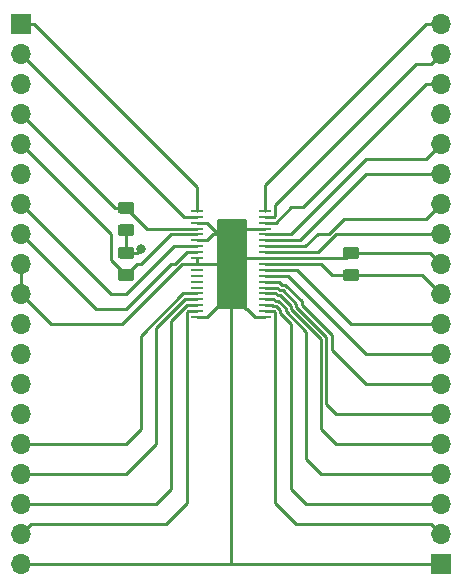
<source format=gbr>
G04 #@! TF.GenerationSoftware,KiCad,Pcbnew,(5.1.5)-3*
G04 #@! TF.CreationDate,2021-03-06T15:43:57-05:00*
G04 #@! TF.ProjectId,adc7953-breakout,61646337-3935-4332-9d62-7265616b6f75,rev?*
G04 #@! TF.SameCoordinates,Original*
G04 #@! TF.FileFunction,Copper,L1,Top*
G04 #@! TF.FilePolarity,Positive*
%FSLAX46Y46*%
G04 Gerber Fmt 4.6, Leading zero omitted, Abs format (unit mm)*
G04 Created by KiCad (PCBNEW (5.1.5)-3) date 2021-03-06 15:43:57*
%MOMM*%
%LPD*%
G04 APERTURE LIST*
%ADD10R,1.100000X0.285000*%
%ADD11O,1.700000X1.700000*%
%ADD12R,1.700000X1.700000*%
%ADD13C,0.100000*%
%ADD14C,0.800000*%
%ADD15C,0.250000*%
%ADD16C,0.254000*%
G04 APERTURE END LIST*
D10*
X162870000Y-93290000D03*
X162870000Y-93790000D03*
X162870000Y-94290000D03*
X162870000Y-94790000D03*
X162870000Y-95290000D03*
X162870000Y-95790000D03*
X162870000Y-96290000D03*
X162870000Y-96790000D03*
X162870000Y-97290000D03*
X162870000Y-97790000D03*
X162870000Y-98290000D03*
X162870000Y-98790000D03*
X162870000Y-99290000D03*
X162870000Y-99790000D03*
X162870000Y-100290000D03*
X162870000Y-100790000D03*
X162870000Y-101290000D03*
X162870000Y-101790000D03*
X162870000Y-102290000D03*
X157170000Y-102290000D03*
X157170000Y-101790000D03*
X157170000Y-101290000D03*
X157170000Y-100790000D03*
X157170000Y-100290000D03*
X157170000Y-99790000D03*
X157170000Y-99290000D03*
X157170000Y-98790000D03*
X157170000Y-98290000D03*
X157170000Y-97790000D03*
X157170000Y-97290000D03*
X157170000Y-96790000D03*
X157170000Y-96290000D03*
X157170000Y-95790000D03*
X157170000Y-95290000D03*
X157170000Y-94790000D03*
X157170000Y-94290000D03*
X157170000Y-93790000D03*
X157170000Y-93290000D03*
D11*
X177800000Y-77470000D03*
X177800000Y-80010000D03*
X177800000Y-82550000D03*
X177800000Y-85090000D03*
X177800000Y-87630000D03*
X177800000Y-90170000D03*
X177800000Y-92710000D03*
X177800000Y-95250000D03*
X177800000Y-97790000D03*
X177800000Y-100330000D03*
X177800000Y-102870000D03*
X177800000Y-105410000D03*
X177800000Y-107950000D03*
X177800000Y-110490000D03*
X177800000Y-113030000D03*
X177800000Y-115570000D03*
X177800000Y-118110000D03*
X177800000Y-120650000D03*
D12*
X177800000Y-123190000D03*
D11*
X142240000Y-123190000D03*
X142240000Y-120650000D03*
X142240000Y-118110000D03*
X142240000Y-115570000D03*
X142240000Y-113030000D03*
X142240000Y-110490000D03*
X142240000Y-107950000D03*
X142240000Y-105410000D03*
X142240000Y-102870000D03*
X142240000Y-100330000D03*
X142240000Y-97790000D03*
X142240000Y-95250000D03*
X142240000Y-92710000D03*
X142240000Y-90170000D03*
X142240000Y-87630000D03*
X142240000Y-85090000D03*
X142240000Y-82550000D03*
X142240000Y-80010000D03*
D12*
X142240000Y-77470000D03*
G04 #@! TA.AperFunction,SMDPad,CuDef*
D13*
G36*
X151610142Y-94431174D02*
G01*
X151633803Y-94434684D01*
X151657007Y-94440496D01*
X151679529Y-94448554D01*
X151701153Y-94458782D01*
X151721670Y-94471079D01*
X151740883Y-94485329D01*
X151758607Y-94501393D01*
X151774671Y-94519117D01*
X151788921Y-94538330D01*
X151801218Y-94558847D01*
X151811446Y-94580471D01*
X151819504Y-94602993D01*
X151825316Y-94626197D01*
X151828826Y-94649858D01*
X151830000Y-94673750D01*
X151830000Y-95161250D01*
X151828826Y-95185142D01*
X151825316Y-95208803D01*
X151819504Y-95232007D01*
X151811446Y-95254529D01*
X151801218Y-95276153D01*
X151788921Y-95296670D01*
X151774671Y-95315883D01*
X151758607Y-95333607D01*
X151740883Y-95349671D01*
X151721670Y-95363921D01*
X151701153Y-95376218D01*
X151679529Y-95386446D01*
X151657007Y-95394504D01*
X151633803Y-95400316D01*
X151610142Y-95403826D01*
X151586250Y-95405000D01*
X150673750Y-95405000D01*
X150649858Y-95403826D01*
X150626197Y-95400316D01*
X150602993Y-95394504D01*
X150580471Y-95386446D01*
X150558847Y-95376218D01*
X150538330Y-95363921D01*
X150519117Y-95349671D01*
X150501393Y-95333607D01*
X150485329Y-95315883D01*
X150471079Y-95296670D01*
X150458782Y-95276153D01*
X150448554Y-95254529D01*
X150440496Y-95232007D01*
X150434684Y-95208803D01*
X150431174Y-95185142D01*
X150430000Y-95161250D01*
X150430000Y-94673750D01*
X150431174Y-94649858D01*
X150434684Y-94626197D01*
X150440496Y-94602993D01*
X150448554Y-94580471D01*
X150458782Y-94558847D01*
X150471079Y-94538330D01*
X150485329Y-94519117D01*
X150501393Y-94501393D01*
X150519117Y-94485329D01*
X150538330Y-94471079D01*
X150558847Y-94458782D01*
X150580471Y-94448554D01*
X150602993Y-94440496D01*
X150626197Y-94434684D01*
X150649858Y-94431174D01*
X150673750Y-94430000D01*
X151586250Y-94430000D01*
X151610142Y-94431174D01*
G37*
G04 #@! TD.AperFunction*
G04 #@! TA.AperFunction,SMDPad,CuDef*
G36*
X151610142Y-92556174D02*
G01*
X151633803Y-92559684D01*
X151657007Y-92565496D01*
X151679529Y-92573554D01*
X151701153Y-92583782D01*
X151721670Y-92596079D01*
X151740883Y-92610329D01*
X151758607Y-92626393D01*
X151774671Y-92644117D01*
X151788921Y-92663330D01*
X151801218Y-92683847D01*
X151811446Y-92705471D01*
X151819504Y-92727993D01*
X151825316Y-92751197D01*
X151828826Y-92774858D01*
X151830000Y-92798750D01*
X151830000Y-93286250D01*
X151828826Y-93310142D01*
X151825316Y-93333803D01*
X151819504Y-93357007D01*
X151811446Y-93379529D01*
X151801218Y-93401153D01*
X151788921Y-93421670D01*
X151774671Y-93440883D01*
X151758607Y-93458607D01*
X151740883Y-93474671D01*
X151721670Y-93488921D01*
X151701153Y-93501218D01*
X151679529Y-93511446D01*
X151657007Y-93519504D01*
X151633803Y-93525316D01*
X151610142Y-93528826D01*
X151586250Y-93530000D01*
X150673750Y-93530000D01*
X150649858Y-93528826D01*
X150626197Y-93525316D01*
X150602993Y-93519504D01*
X150580471Y-93511446D01*
X150558847Y-93501218D01*
X150538330Y-93488921D01*
X150519117Y-93474671D01*
X150501393Y-93458607D01*
X150485329Y-93440883D01*
X150471079Y-93421670D01*
X150458782Y-93401153D01*
X150448554Y-93379529D01*
X150440496Y-93357007D01*
X150434684Y-93333803D01*
X150431174Y-93310142D01*
X150430000Y-93286250D01*
X150430000Y-92798750D01*
X150431174Y-92774858D01*
X150434684Y-92751197D01*
X150440496Y-92727993D01*
X150448554Y-92705471D01*
X150458782Y-92683847D01*
X150471079Y-92663330D01*
X150485329Y-92644117D01*
X150501393Y-92626393D01*
X150519117Y-92610329D01*
X150538330Y-92596079D01*
X150558847Y-92583782D01*
X150580471Y-92573554D01*
X150602993Y-92565496D01*
X150626197Y-92559684D01*
X150649858Y-92556174D01*
X150673750Y-92555000D01*
X151586250Y-92555000D01*
X151610142Y-92556174D01*
G37*
G04 #@! TD.AperFunction*
G04 #@! TA.AperFunction,SMDPad,CuDef*
G36*
X170660142Y-96366174D02*
G01*
X170683803Y-96369684D01*
X170707007Y-96375496D01*
X170729529Y-96383554D01*
X170751153Y-96393782D01*
X170771670Y-96406079D01*
X170790883Y-96420329D01*
X170808607Y-96436393D01*
X170824671Y-96454117D01*
X170838921Y-96473330D01*
X170851218Y-96493847D01*
X170861446Y-96515471D01*
X170869504Y-96537993D01*
X170875316Y-96561197D01*
X170878826Y-96584858D01*
X170880000Y-96608750D01*
X170880000Y-97096250D01*
X170878826Y-97120142D01*
X170875316Y-97143803D01*
X170869504Y-97167007D01*
X170861446Y-97189529D01*
X170851218Y-97211153D01*
X170838921Y-97231670D01*
X170824671Y-97250883D01*
X170808607Y-97268607D01*
X170790883Y-97284671D01*
X170771670Y-97298921D01*
X170751153Y-97311218D01*
X170729529Y-97321446D01*
X170707007Y-97329504D01*
X170683803Y-97335316D01*
X170660142Y-97338826D01*
X170636250Y-97340000D01*
X169723750Y-97340000D01*
X169699858Y-97338826D01*
X169676197Y-97335316D01*
X169652993Y-97329504D01*
X169630471Y-97321446D01*
X169608847Y-97311218D01*
X169588330Y-97298921D01*
X169569117Y-97284671D01*
X169551393Y-97268607D01*
X169535329Y-97250883D01*
X169521079Y-97231670D01*
X169508782Y-97211153D01*
X169498554Y-97189529D01*
X169490496Y-97167007D01*
X169484684Y-97143803D01*
X169481174Y-97120142D01*
X169480000Y-97096250D01*
X169480000Y-96608750D01*
X169481174Y-96584858D01*
X169484684Y-96561197D01*
X169490496Y-96537993D01*
X169498554Y-96515471D01*
X169508782Y-96493847D01*
X169521079Y-96473330D01*
X169535329Y-96454117D01*
X169551393Y-96436393D01*
X169569117Y-96420329D01*
X169588330Y-96406079D01*
X169608847Y-96393782D01*
X169630471Y-96383554D01*
X169652993Y-96375496D01*
X169676197Y-96369684D01*
X169699858Y-96366174D01*
X169723750Y-96365000D01*
X170636250Y-96365000D01*
X170660142Y-96366174D01*
G37*
G04 #@! TD.AperFunction*
G04 #@! TA.AperFunction,SMDPad,CuDef*
G36*
X170660142Y-98241174D02*
G01*
X170683803Y-98244684D01*
X170707007Y-98250496D01*
X170729529Y-98258554D01*
X170751153Y-98268782D01*
X170771670Y-98281079D01*
X170790883Y-98295329D01*
X170808607Y-98311393D01*
X170824671Y-98329117D01*
X170838921Y-98348330D01*
X170851218Y-98368847D01*
X170861446Y-98390471D01*
X170869504Y-98412993D01*
X170875316Y-98436197D01*
X170878826Y-98459858D01*
X170880000Y-98483750D01*
X170880000Y-98971250D01*
X170878826Y-98995142D01*
X170875316Y-99018803D01*
X170869504Y-99042007D01*
X170861446Y-99064529D01*
X170851218Y-99086153D01*
X170838921Y-99106670D01*
X170824671Y-99125883D01*
X170808607Y-99143607D01*
X170790883Y-99159671D01*
X170771670Y-99173921D01*
X170751153Y-99186218D01*
X170729529Y-99196446D01*
X170707007Y-99204504D01*
X170683803Y-99210316D01*
X170660142Y-99213826D01*
X170636250Y-99215000D01*
X169723750Y-99215000D01*
X169699858Y-99213826D01*
X169676197Y-99210316D01*
X169652993Y-99204504D01*
X169630471Y-99196446D01*
X169608847Y-99186218D01*
X169588330Y-99173921D01*
X169569117Y-99159671D01*
X169551393Y-99143607D01*
X169535329Y-99125883D01*
X169521079Y-99106670D01*
X169508782Y-99086153D01*
X169498554Y-99064529D01*
X169490496Y-99042007D01*
X169484684Y-99018803D01*
X169481174Y-98995142D01*
X169480000Y-98971250D01*
X169480000Y-98483750D01*
X169481174Y-98459858D01*
X169484684Y-98436197D01*
X169490496Y-98412993D01*
X169498554Y-98390471D01*
X169508782Y-98368847D01*
X169521079Y-98348330D01*
X169535329Y-98329117D01*
X169551393Y-98311393D01*
X169569117Y-98295329D01*
X169588330Y-98281079D01*
X169608847Y-98268782D01*
X169630471Y-98258554D01*
X169652993Y-98250496D01*
X169676197Y-98244684D01*
X169699858Y-98241174D01*
X169723750Y-98240000D01*
X170636250Y-98240000D01*
X170660142Y-98241174D01*
G37*
G04 #@! TD.AperFunction*
G04 #@! TA.AperFunction,SMDPad,CuDef*
G36*
X151610142Y-96366174D02*
G01*
X151633803Y-96369684D01*
X151657007Y-96375496D01*
X151679529Y-96383554D01*
X151701153Y-96393782D01*
X151721670Y-96406079D01*
X151740883Y-96420329D01*
X151758607Y-96436393D01*
X151774671Y-96454117D01*
X151788921Y-96473330D01*
X151801218Y-96493847D01*
X151811446Y-96515471D01*
X151819504Y-96537993D01*
X151825316Y-96561197D01*
X151828826Y-96584858D01*
X151830000Y-96608750D01*
X151830000Y-97096250D01*
X151828826Y-97120142D01*
X151825316Y-97143803D01*
X151819504Y-97167007D01*
X151811446Y-97189529D01*
X151801218Y-97211153D01*
X151788921Y-97231670D01*
X151774671Y-97250883D01*
X151758607Y-97268607D01*
X151740883Y-97284671D01*
X151721670Y-97298921D01*
X151701153Y-97311218D01*
X151679529Y-97321446D01*
X151657007Y-97329504D01*
X151633803Y-97335316D01*
X151610142Y-97338826D01*
X151586250Y-97340000D01*
X150673750Y-97340000D01*
X150649858Y-97338826D01*
X150626197Y-97335316D01*
X150602993Y-97329504D01*
X150580471Y-97321446D01*
X150558847Y-97311218D01*
X150538330Y-97298921D01*
X150519117Y-97284671D01*
X150501393Y-97268607D01*
X150485329Y-97250883D01*
X150471079Y-97231670D01*
X150458782Y-97211153D01*
X150448554Y-97189529D01*
X150440496Y-97167007D01*
X150434684Y-97143803D01*
X150431174Y-97120142D01*
X150430000Y-97096250D01*
X150430000Y-96608750D01*
X150431174Y-96584858D01*
X150434684Y-96561197D01*
X150440496Y-96537993D01*
X150448554Y-96515471D01*
X150458782Y-96493847D01*
X150471079Y-96473330D01*
X150485329Y-96454117D01*
X150501393Y-96436393D01*
X150519117Y-96420329D01*
X150538330Y-96406079D01*
X150558847Y-96393782D01*
X150580471Y-96383554D01*
X150602993Y-96375496D01*
X150626197Y-96369684D01*
X150649858Y-96366174D01*
X150673750Y-96365000D01*
X151586250Y-96365000D01*
X151610142Y-96366174D01*
G37*
G04 #@! TD.AperFunction*
G04 #@! TA.AperFunction,SMDPad,CuDef*
G36*
X151610142Y-98241174D02*
G01*
X151633803Y-98244684D01*
X151657007Y-98250496D01*
X151679529Y-98258554D01*
X151701153Y-98268782D01*
X151721670Y-98281079D01*
X151740883Y-98295329D01*
X151758607Y-98311393D01*
X151774671Y-98329117D01*
X151788921Y-98348330D01*
X151801218Y-98368847D01*
X151811446Y-98390471D01*
X151819504Y-98412993D01*
X151825316Y-98436197D01*
X151828826Y-98459858D01*
X151830000Y-98483750D01*
X151830000Y-98971250D01*
X151828826Y-98995142D01*
X151825316Y-99018803D01*
X151819504Y-99042007D01*
X151811446Y-99064529D01*
X151801218Y-99086153D01*
X151788921Y-99106670D01*
X151774671Y-99125883D01*
X151758607Y-99143607D01*
X151740883Y-99159671D01*
X151721670Y-99173921D01*
X151701153Y-99186218D01*
X151679529Y-99196446D01*
X151657007Y-99204504D01*
X151633803Y-99210316D01*
X151610142Y-99213826D01*
X151586250Y-99215000D01*
X150673750Y-99215000D01*
X150649858Y-99213826D01*
X150626197Y-99210316D01*
X150602993Y-99204504D01*
X150580471Y-99196446D01*
X150558847Y-99186218D01*
X150538330Y-99173921D01*
X150519117Y-99159671D01*
X150501393Y-99143607D01*
X150485329Y-99125883D01*
X150471079Y-99106670D01*
X150458782Y-99086153D01*
X150448554Y-99064529D01*
X150440496Y-99042007D01*
X150434684Y-99018803D01*
X150431174Y-98995142D01*
X150430000Y-98971250D01*
X150430000Y-98483750D01*
X150431174Y-98459858D01*
X150434684Y-98436197D01*
X150440496Y-98412993D01*
X150448554Y-98390471D01*
X150458782Y-98368847D01*
X150471079Y-98348330D01*
X150485329Y-98329117D01*
X150501393Y-98311393D01*
X150519117Y-98295329D01*
X150538330Y-98281079D01*
X150558847Y-98268782D01*
X150580471Y-98258554D01*
X150602993Y-98250496D01*
X150626197Y-98244684D01*
X150649858Y-98241174D01*
X150673750Y-98240000D01*
X151586250Y-98240000D01*
X151610142Y-98241174D01*
G37*
G04 #@! TD.AperFunction*
D14*
X152400000Y-96520000D03*
X160020000Y-95250000D03*
X160020000Y-97790000D03*
X160020000Y-100330000D03*
D15*
X151130000Y-96852500D02*
X151130000Y-95250000D01*
X151130000Y-95250000D02*
X151130000Y-94917500D01*
X155896400Y-97790000D02*
X150816400Y-102870000D01*
X157062500Y-97790000D02*
X155896400Y-97790000D01*
X157170000Y-97290000D02*
X157170000Y-97682500D01*
X157170000Y-97682500D02*
X157062500Y-97790000D01*
X144780000Y-102870000D02*
X142240000Y-100330000D01*
X150816400Y-102870000D02*
X144780000Y-102870000D01*
X142240000Y-100330000D02*
X142240000Y-97790000D01*
X169742500Y-97290000D02*
X170180000Y-96852500D01*
X162870000Y-97290000D02*
X169742500Y-97290000D01*
X160020000Y-123190000D02*
X160020000Y-100330000D01*
X160020000Y-123190000D02*
X142240000Y-123190000D01*
X176530000Y-123190000D02*
X160020000Y-123190000D01*
X159930000Y-100330000D02*
X160020000Y-100330000D01*
X157970000Y-102290000D02*
X159930000Y-100330000D01*
X157170000Y-102290000D02*
X157970000Y-102290000D01*
X162070000Y-102290000D02*
X161380000Y-101600000D01*
X162870000Y-102290000D02*
X162070000Y-102290000D01*
X161290000Y-101600000D02*
X160020000Y-100330000D01*
X161380000Y-101600000D02*
X161290000Y-101600000D01*
X157170000Y-97790000D02*
X160020000Y-97790000D01*
X160520000Y-97290000D02*
X162870000Y-97290000D01*
X160020000Y-97790000D02*
X160520000Y-97290000D01*
X157970000Y-94290000D02*
X158930000Y-95250000D01*
X157170000Y-94290000D02*
X157970000Y-94290000D01*
X158930000Y-95250000D02*
X160020000Y-95250000D01*
X162870000Y-94790000D02*
X160480000Y-94790000D01*
X160480000Y-94790000D02*
X160020000Y-95250000D01*
X157970000Y-95790000D02*
X158510000Y-95250000D01*
X157170000Y-95790000D02*
X157970000Y-95790000D01*
X158510000Y-95250000D02*
X160020000Y-95250000D01*
X151130000Y-96852500D02*
X152067500Y-96852500D01*
X152067500Y-96852500D02*
X152400000Y-96520000D01*
X152400000Y-96520000D02*
X152400000Y-96520000D01*
X160020000Y-95250000D02*
X160020000Y-95250000D01*
X160020000Y-97790000D02*
X160020000Y-97790000D01*
X160020000Y-100330000D02*
X160020000Y-100330000D01*
X176530000Y-123190000D02*
X177800000Y-123190000D01*
X176862500Y-96852500D02*
X177800000Y-97790000D01*
X170180000Y-96852500D02*
X176862500Y-96852500D01*
X151130000Y-98727500D02*
X149860000Y-97457500D01*
X149860000Y-95250000D02*
X142240000Y-87630000D01*
X149860000Y-97457500D02*
X149860000Y-95250000D01*
X162870000Y-97790000D02*
X167640000Y-97790000D01*
X168577500Y-98727500D02*
X170180000Y-98727500D01*
X167640000Y-97790000D02*
X168577500Y-98727500D01*
X151130000Y-98727500D02*
X152067500Y-97790000D01*
X152067500Y-97790000D02*
X152400000Y-97790000D01*
X152400000Y-97790000D02*
X154940000Y-95250000D01*
X154980000Y-95290000D02*
X157170000Y-95290000D01*
X154940000Y-95250000D02*
X154980000Y-95290000D01*
X176197500Y-98727500D02*
X177800000Y-100330000D01*
X170180000Y-98727500D02*
X176197500Y-98727500D01*
X150192500Y-93042500D02*
X142240000Y-85090000D01*
X151130000Y-93042500D02*
X150192500Y-93042500D01*
X152877500Y-94790000D02*
X151130000Y-93042500D01*
X157170000Y-94790000D02*
X152877500Y-94790000D01*
X143089999Y-119800001D02*
X142240000Y-120650000D01*
X156392498Y-101790000D02*
X156294999Y-101887499D01*
X157170000Y-101790000D02*
X156392498Y-101790000D01*
X156294999Y-101887499D02*
X156294999Y-118025001D01*
X156294999Y-118025001D02*
X154519999Y-119800001D01*
X154519999Y-119800001D02*
X143089999Y-119800001D01*
X156256088Y-101290000D02*
X154940000Y-102606088D01*
X157170000Y-101290000D02*
X156256088Y-101290000D01*
X154940000Y-116840000D02*
X153670000Y-118110000D01*
X154940000Y-102606088D02*
X154940000Y-116840000D01*
X153670000Y-118110000D02*
X142240000Y-118110000D01*
X151130000Y-115570000D02*
X142240000Y-115570000D01*
X153670000Y-113030000D02*
X151130000Y-115570000D01*
X157170000Y-100790000D02*
X156119678Y-100790000D01*
X156119678Y-100790000D02*
X153670000Y-103239678D01*
X153670000Y-103239678D02*
X153670000Y-113030000D01*
X155983268Y-100290000D02*
X152400000Y-103873268D01*
X157170000Y-100290000D02*
X155983268Y-100290000D01*
X152400000Y-103873268D02*
X152400000Y-111760000D01*
X152400000Y-111760000D02*
X151130000Y-113030000D01*
X151130000Y-113030000D02*
X142240000Y-113030000D01*
X157170000Y-96790000D02*
X156259990Y-96790000D01*
X155259990Y-97790000D02*
X154940000Y-97790000D01*
X156259990Y-96790000D02*
X155259990Y-97790000D01*
X154940000Y-97790000D02*
X151130000Y-101600000D01*
X148590000Y-101600000D02*
X142240000Y-95250000D01*
X151130000Y-101600000D02*
X148590000Y-101600000D01*
X157170000Y-96290000D02*
X155170000Y-96290000D01*
X155170000Y-96290000D02*
X151130000Y-100330000D01*
X149860000Y-100330000D02*
X142240000Y-92710000D01*
X151130000Y-100330000D02*
X149860000Y-100330000D01*
X143089999Y-80859999D02*
X142240000Y-80010000D01*
X156020000Y-93790000D02*
X143089999Y-80859999D01*
X157170000Y-93790000D02*
X156020000Y-93790000D01*
X143340000Y-77470000D02*
X142240000Y-77470000D01*
X157170000Y-91300000D02*
X143340000Y-77470000D01*
X157170000Y-93290000D02*
X157170000Y-91300000D01*
X162870000Y-91130000D02*
X176530000Y-77470000D01*
X162870000Y-93290000D02*
X162870000Y-91130000D01*
X176530000Y-77470000D02*
X177800000Y-77470000D01*
X163783912Y-94290000D02*
X165100000Y-92973912D01*
X162870000Y-94290000D02*
X163783912Y-94290000D01*
X166106088Y-92973912D02*
X176530000Y-82550000D01*
X165100000Y-92973912D02*
X166106088Y-92973912D01*
X176530000Y-82550000D02*
X177800000Y-82550000D01*
X162870000Y-95290000D02*
X165060000Y-95290000D01*
X165060000Y-95290000D02*
X171450000Y-88900000D01*
X176530000Y-88900000D02*
X177800000Y-87630000D01*
X171450000Y-88900000D02*
X175260000Y-88900000D01*
X176530000Y-88900000D02*
X175260000Y-88900000D01*
X162870000Y-95790000D02*
X165830000Y-95790000D01*
X171450000Y-90170000D02*
X176530000Y-90170000D01*
X165830000Y-95790000D02*
X171450000Y-90170000D01*
X176530000Y-90170000D02*
X177800000Y-90170000D01*
X162870000Y-96290000D02*
X166320010Y-96290000D01*
X167360010Y-95250000D02*
X168273590Y-95250000D01*
X166320010Y-96290000D02*
X167360010Y-95250000D01*
X168273590Y-95250000D02*
X169543590Y-93980000D01*
X176530000Y-93980000D02*
X177800000Y-92710000D01*
X169543590Y-93980000D02*
X175260000Y-93980000D01*
X175260000Y-93980000D02*
X176530000Y-93980000D01*
X162870000Y-96790000D02*
X167370000Y-96790000D01*
X167370000Y-96790000D02*
X168910000Y-95250000D01*
X168910000Y-95250000D02*
X176530000Y-95250000D01*
X176530000Y-95250000D02*
X177800000Y-95250000D01*
X176530000Y-102870000D02*
X177800000Y-102870000D01*
X162870000Y-98290000D02*
X165600000Y-98290000D01*
X170180000Y-102870000D02*
X176530000Y-102870000D01*
X165600000Y-98290000D02*
X170180000Y-102870000D01*
X176530000Y-105410000D02*
X177800000Y-105410000D01*
X162870000Y-98790000D02*
X164830000Y-98790000D01*
X164830000Y-98790000D02*
X171450000Y-105410000D01*
X171450000Y-105410000D02*
X176530000Y-105410000D01*
X168540020Y-105040020D02*
X171450000Y-107950000D01*
X168540020Y-103770020D02*
X168540020Y-105040020D01*
X165995053Y-100955498D02*
X165995053Y-101225052D01*
X165995053Y-101225052D02*
X168540020Y-103770020D01*
X162870000Y-99322499D02*
X163680001Y-99322499D01*
X162870000Y-99290000D02*
X162870000Y-99322499D01*
X175260000Y-107950000D02*
X177800000Y-107950000D01*
X164579510Y-99539955D02*
X165995053Y-100955498D01*
X164109991Y-99339991D02*
X164309954Y-99539954D01*
X164309954Y-99539954D02*
X164579510Y-99539955D01*
X163680001Y-99322499D02*
X163697492Y-99339990D01*
X171450000Y-107950000D02*
X175260000Y-107950000D01*
X163697492Y-99339990D02*
X164109991Y-99339991D01*
X164393109Y-99989964D02*
X165545043Y-101141898D01*
X168090010Y-109670010D02*
X168910000Y-110490000D01*
X176597919Y-110490000D02*
X177800000Y-110490000D01*
X163923590Y-99790000D02*
X164123554Y-99989964D01*
X168090010Y-103956420D02*
X168090010Y-109670010D01*
X165545043Y-101411452D02*
X168090010Y-103956420D01*
X164123554Y-99989964D02*
X164393109Y-99989964D01*
X162870000Y-99790000D02*
X163923590Y-99790000D01*
X165545043Y-101141898D02*
X165545043Y-101411452D01*
X168910000Y-110490000D02*
X176597919Y-110490000D01*
X176597919Y-113030000D02*
X177800000Y-113030000D01*
X162870000Y-100290000D02*
X163787181Y-100290001D01*
X163937152Y-100439972D02*
X164206706Y-100439972D01*
X165095032Y-101597851D02*
X167639999Y-104142819D01*
X167639999Y-104142819D02*
X167640000Y-111760000D01*
X168910000Y-113030000D02*
X176597919Y-113030000D01*
X163787181Y-100290001D02*
X163937152Y-100439972D01*
X164206706Y-100439972D02*
X165095032Y-101328298D01*
X167640000Y-111760000D02*
X168910000Y-113030000D01*
X165095032Y-101328298D02*
X165095032Y-101597851D01*
X163650770Y-100790000D02*
X163750751Y-100889981D01*
X166370000Y-103509230D02*
X166370000Y-114300000D01*
X164645021Y-101514698D02*
X164645021Y-101784250D01*
X164020304Y-100889981D02*
X164645021Y-101514698D01*
X164645021Y-101784250D02*
X166370000Y-103509230D01*
X166370000Y-114300000D02*
X167640000Y-115570000D01*
X162870000Y-100790000D02*
X163650770Y-100790000D01*
X163750751Y-100889981D02*
X164020304Y-100889981D01*
X176597919Y-115570000D02*
X177800000Y-115570000D01*
X167640000Y-115570000D02*
X176597919Y-115570000D01*
X165100000Y-102875640D02*
X165100000Y-116840000D01*
X164195010Y-101970650D02*
X165100000Y-102875640D01*
X163833903Y-101339991D02*
X164195010Y-101701098D01*
X163514360Y-101290000D02*
X163564351Y-101339991D01*
X176597919Y-118110000D02*
X177800000Y-118110000D01*
X165100000Y-116840000D02*
X166370000Y-118110000D01*
X162870000Y-101290000D02*
X163514360Y-101290000D01*
X163564351Y-101339991D02*
X163833903Y-101339991D01*
X164195010Y-101701098D02*
X164195010Y-101970650D01*
X166370000Y-118110000D02*
X176597919Y-118110000D01*
X176950001Y-119800001D02*
X177800000Y-120650000D01*
X163647502Y-101790000D02*
X163745001Y-101887499D01*
X162870000Y-101790000D02*
X163647502Y-101790000D01*
X163745001Y-101887499D02*
X163745001Y-118025001D01*
X165520001Y-119800001D02*
X176950001Y-119800001D01*
X163745001Y-118025001D02*
X165520001Y-119800001D01*
X163745001Y-92794999D02*
X175680001Y-80859999D01*
X163745001Y-93692501D02*
X163745001Y-92794999D01*
X163647502Y-93790000D02*
X163745001Y-93692501D01*
X176950001Y-80859999D02*
X177800000Y-80010000D01*
X162870000Y-93790000D02*
X163647502Y-93790000D01*
X175680001Y-80859999D02*
X176950001Y-80859999D01*
D16*
G36*
X161163000Y-101473000D02*
G01*
X158877000Y-101473000D01*
X158877000Y-94107000D01*
X161163000Y-94107000D01*
X161163000Y-101473000D01*
G37*
X161163000Y-101473000D02*
X158877000Y-101473000D01*
X158877000Y-94107000D01*
X161163000Y-94107000D01*
X161163000Y-101473000D01*
M02*

</source>
